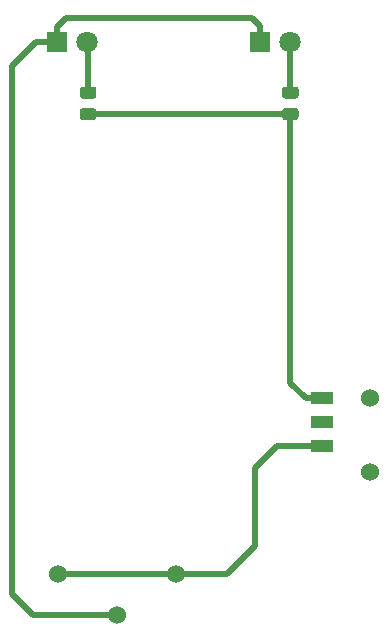
<source format=gbr>
%TF.GenerationSoftware,KiCad,Pcbnew,(5.1.9-0-10_14)*%
%TF.CreationDate,2021-10-18T12:15:18-07:00*%
%TF.ProjectId,ghost_pcb_2,67686f73-745f-4706-9362-5f322e6b6963,rev?*%
%TF.SameCoordinates,Original*%
%TF.FileFunction,Copper,L2,Bot*%
%TF.FilePolarity,Positive*%
%FSLAX46Y46*%
G04 Gerber Fmt 4.6, Leading zero omitted, Abs format (unit mm)*
G04 Created by KiCad (PCBNEW (5.1.9-0-10_14)) date 2021-10-18 12:15:18*
%MOMM*%
%LPD*%
G01*
G04 APERTURE LIST*
%TA.AperFunction,ComponentPad*%
%ADD10C,1.524000*%
%TD*%
%TA.AperFunction,SMDPad,CuDef*%
%ADD11R,1.900000X1.000000*%
%TD*%
%TA.AperFunction,ComponentPad*%
%ADD12C,1.800000*%
%TD*%
%TA.AperFunction,ComponentPad*%
%ADD13R,1.800000X1.800000*%
%TD*%
%TA.AperFunction,Conductor*%
%ADD14C,0.500000*%
%TD*%
G04 APERTURE END LIST*
D10*
%TO.P,SW1,*%
%TO.N,*%
X157302200Y-110971800D03*
X157302200Y-117221800D03*
D11*
%TO.P,SW1,1*%
%TO.N,Net-(R1-Pad1)*%
X153252200Y-110971800D03*
%TO.P,SW1,2*%
%TO.N,Net-(SW1-Pad2)*%
X153238200Y-112971800D03*
%TO.P,SW1,3*%
%TO.N,+BATT*%
X153238200Y-114971800D03*
%TD*%
%TO.P,R2,2*%
%TO.N,Net-(D2-Pad2)*%
%TA.AperFunction,SMDPad,CuDef*%
G36*
G01*
X133876202Y-85602500D02*
X132976198Y-85602500D01*
G75*
G02*
X132726200Y-85352502I0J249998D01*
G01*
X132726200Y-84827498D01*
G75*
G02*
X132976198Y-84577500I249998J0D01*
G01*
X133876202Y-84577500D01*
G75*
G02*
X134126200Y-84827498I0J-249998D01*
G01*
X134126200Y-85352502D01*
G75*
G02*
X133876202Y-85602500I-249998J0D01*
G01*
G37*
%TD.AperFunction*%
%TO.P,R2,1*%
%TO.N,Net-(R1-Pad1)*%
%TA.AperFunction,SMDPad,CuDef*%
G36*
G01*
X133876202Y-87427500D02*
X132976198Y-87427500D01*
G75*
G02*
X132726200Y-87177502I0J249998D01*
G01*
X132726200Y-86652498D01*
G75*
G02*
X132976198Y-86402500I249998J0D01*
G01*
X133876202Y-86402500D01*
G75*
G02*
X134126200Y-86652498I0J-249998D01*
G01*
X134126200Y-87177502D01*
G75*
G02*
X133876202Y-87427500I-249998J0D01*
G01*
G37*
%TD.AperFunction*%
%TD*%
%TO.P,R1,2*%
%TO.N,Net-(D1-Pad2)*%
%TA.AperFunction,SMDPad,CuDef*%
G36*
G01*
X150995802Y-85602500D02*
X150095798Y-85602500D01*
G75*
G02*
X149845800Y-85352502I0J249998D01*
G01*
X149845800Y-84827498D01*
G75*
G02*
X150095798Y-84577500I249998J0D01*
G01*
X150995802Y-84577500D01*
G75*
G02*
X151245800Y-84827498I0J-249998D01*
G01*
X151245800Y-85352502D01*
G75*
G02*
X150995802Y-85602500I-249998J0D01*
G01*
G37*
%TD.AperFunction*%
%TO.P,R1,1*%
%TO.N,Net-(R1-Pad1)*%
%TA.AperFunction,SMDPad,CuDef*%
G36*
G01*
X150995802Y-87427500D02*
X150095798Y-87427500D01*
G75*
G02*
X149845800Y-87177502I0J249998D01*
G01*
X149845800Y-86652498D01*
G75*
G02*
X150095798Y-86402500I249998J0D01*
G01*
X150995802Y-86402500D01*
G75*
G02*
X151245800Y-86652498I0J-249998D01*
G01*
X151245800Y-87177502D01*
G75*
G02*
X150995802Y-87427500I-249998J0D01*
G01*
G37*
%TD.AperFunction*%
%TD*%
D12*
%TO.P,D2,2*%
%TO.N,Net-(D2-Pad2)*%
X133350000Y-80772000D03*
D13*
%TO.P,D2,1*%
%TO.N,GND*%
X130810000Y-80772000D03*
%TD*%
D12*
%TO.P,D1,2*%
%TO.N,Net-(D1-Pad2)*%
X150545800Y-80797400D03*
D13*
%TO.P,D1,1*%
%TO.N,GND*%
X148005800Y-80797400D03*
%TD*%
D10*
%TO.P,BAT1,POS2*%
%TO.N,+BATT*%
X140860800Y-125831600D03*
%TO.P,BAT1,NEG*%
%TO.N,GND*%
X135860800Y-129301601D03*
%TO.P,BAT1,POS1*%
%TO.N,+BATT*%
X130860800Y-125831600D03*
%TD*%
D14*
%TO.N,+BATT*%
X130860800Y-125831600D02*
X140860800Y-125831600D01*
X140860800Y-125831600D02*
X145186400Y-125831600D01*
X145186400Y-125831600D02*
X147574000Y-123444000D01*
X147574000Y-123444000D02*
X147574000Y-116840000D01*
X149442200Y-114971800D02*
X153238200Y-114971800D01*
X147574000Y-116840000D02*
X149442200Y-114971800D01*
%TO.N,GND*%
X128793601Y-129301601D02*
X135860800Y-129301601D01*
X127000000Y-127508000D02*
X128793601Y-129301601D01*
X127000000Y-82804000D02*
X127000000Y-127508000D01*
X129032000Y-80772000D02*
X127000000Y-82804000D01*
X130810000Y-80772000D02*
X129032000Y-80772000D01*
X130810000Y-79502000D02*
X131572000Y-78740000D01*
X130810000Y-80772000D02*
X130810000Y-79502000D01*
X148005800Y-80797400D02*
X148005800Y-79425800D01*
X147320000Y-78740000D02*
X131572000Y-78740000D01*
X148005800Y-79425800D02*
X147320000Y-78740000D01*
%TO.N,Net-(D1-Pad2)*%
X150545800Y-80797400D02*
X150545800Y-85090000D01*
%TO.N,Net-(D2-Pad2)*%
X133400800Y-85064600D02*
X133426200Y-85090000D01*
X133400800Y-80822800D02*
X133400800Y-85064600D01*
%TO.N,Net-(R1-Pad1)*%
X133426200Y-86915000D02*
X150545800Y-86915000D01*
X153252200Y-110971800D02*
X151865800Y-110971800D01*
X150545800Y-109651800D02*
X150545800Y-86915000D01*
X151865800Y-110971800D02*
X150545800Y-109651800D01*
%TD*%
M02*

</source>
